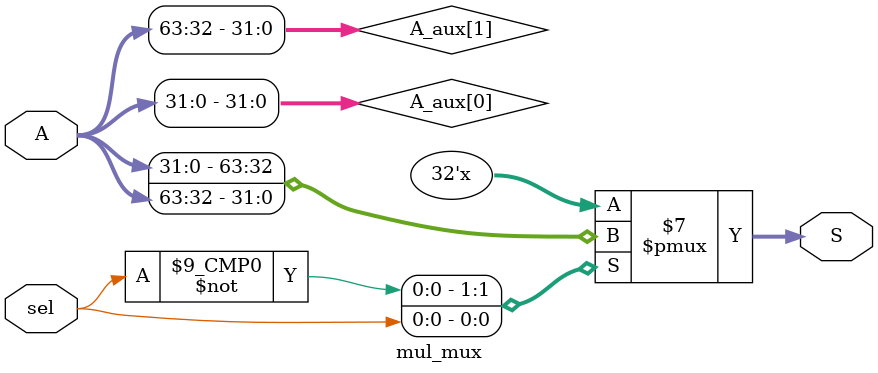
<source format=sv>
module mul_mux #(
    parameter N = 2,
    parameter DATA_W = 32
)(
    input logic [DATA_W*N-1 :0 ] A,
    input logic [$clog2(N)-1: 0] sel,
    output logic [DATA_W-1: 0] S
);
    reg [DATA_W -1 :0] A_aux [N-1:0];

    genvar i;
    generate
        for (i = 0; i < N; i = i + 1) begin
            always_comb begin 
                A_aux[i] = A[i*DATA_W +: DATA_W];  // Assign each 8-bit chunk to the corresponding byte
            end
        end
    endgenerate


    if(N == 1) begin
        assign S = A_aux[0];
    end else begin
        assign S = A_aux[sel];
    end

endmodule
</source>
